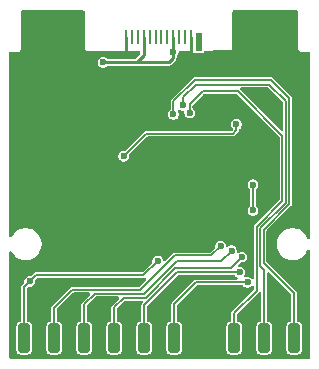
<source format=gbr>
%TF.GenerationSoftware,KiCad,Pcbnew,9.0.4*%
%TF.CreationDate,2025-09-23T00:44:44+02:00*%
%TF.ProjectId,rp2350_gpio_card,72703233-3530-45f6-9770-696f5f636172,X1*%
%TF.SameCoordinates,Original*%
%TF.FileFunction,Copper,L4,Bot*%
%TF.FilePolarity,Positive*%
%FSLAX46Y46*%
G04 Gerber Fmt 4.6, Leading zero omitted, Abs format (unit mm)*
G04 Created by KiCad (PCBNEW 9.0.4) date 2025-09-23 00:44:44*
%MOMM*%
%LPD*%
G01*
G04 APERTURE LIST*
G04 Aperture macros list*
%AMRoundRect*
0 Rectangle with rounded corners*
0 $1 Rounding radius*
0 $2 $3 $4 $5 $6 $7 $8 $9 X,Y pos of 4 corners*
0 Add a 4 corners polygon primitive as box body*
4,1,4,$2,$3,$4,$5,$6,$7,$8,$9,$2,$3,0*
0 Add four circle primitives for the rounded corners*
1,1,$1+$1,$2,$3*
1,1,$1+$1,$4,$5*
1,1,$1+$1,$6,$7*
1,1,$1+$1,$8,$9*
0 Add four rect primitives between the rounded corners*
20,1,$1+$1,$2,$3,$4,$5,0*
20,1,$1+$1,$4,$5,$6,$7,0*
20,1,$1+$1,$6,$7,$8,$9,0*
20,1,$1+$1,$8,$9,$2,$3,0*%
G04 Aperture macros list end*
%TA.AperFunction,SMDPad,CuDef*%
%ADD10R,0.600000X1.550000*%
%TD*%
%TA.AperFunction,SMDPad,CuDef*%
%ADD11R,0.250000X1.300000*%
%TD*%
%TA.AperFunction,ComponentPad*%
%ADD12C,0.600000*%
%TD*%
%TA.AperFunction,SMDPad,CuDef*%
%ADD13RoundRect,0.250000X-0.250000X1.000000X-0.250000X-1.000000X0.250000X-1.000000X0.250000X1.000000X0*%
%TD*%
%TA.AperFunction,ViaPad*%
%ADD14C,0.600000*%
%TD*%
%TA.AperFunction,ViaPad*%
%ADD15C,0.800000*%
%TD*%
%TA.AperFunction,Conductor*%
%ADD16C,0.152400*%
%TD*%
%TA.AperFunction,Conductor*%
%ADD17C,0.254000*%
%TD*%
G04 APERTURE END LIST*
D10*
%TO.P,P1,26*%
%TO.N,N/C*%
X106900000Y-54575000D03*
D11*
%TO.P,P1,B1,GND*%
%TO.N,GND*%
X106250000Y-54150000D03*
%TO.P,P1,B2*%
%TO.N,N/C*%
X105750000Y-54150000D03*
%TO.P,P1,B3*%
X105250000Y-54150000D03*
%TO.P,P1,B4,VBUS*%
%TO.N,VBUS*%
X104750000Y-54150000D03*
%TO.P,P1,B5,VCONN*%
%TO.N,unconnected-(P1-VCONN-PadB5)*%
X104250000Y-54150000D03*
%TO.P,P1,B6*%
%TO.N,N/C*%
X103750000Y-54150000D03*
%TO.P,P1,B7*%
X103250000Y-54150000D03*
%TO.P,P1,B8*%
X102750000Y-54150000D03*
%TO.P,P1,B9,VBUS*%
%TO.N,VBUS*%
X102250000Y-54150000D03*
%TO.P,P1,B10*%
%TO.N,N/C*%
X101750000Y-54150000D03*
%TO.P,P1,B11*%
X101250000Y-54150000D03*
%TO.P,P1,B12,GND*%
%TO.N,GND*%
X100750000Y-54150000D03*
%TD*%
D12*
%TO.P,U1,61,GND*%
%TO.N,GND*%
X105380183Y-68171434D03*
X106755183Y-68171434D03*
X108130183Y-68171434D03*
X105380183Y-66796434D03*
X106755183Y-66796434D03*
X108130183Y-66796434D03*
X105380183Y-65421434D03*
X106755183Y-65421434D03*
X108130183Y-65421434D03*
%TD*%
D13*
%TO.P,J1,1,Pin_1*%
%TO.N,/GPIO0*%
X92125183Y-79600000D03*
%TO.P,J1,2,Pin_2*%
%TO.N,/GPIO9*%
X94665183Y-79600000D03*
%TO.P,J1,3,Pin_3*%
%TO.N,/GPIO10*%
X97205183Y-79600000D03*
%TO.P,J1,4,Pin_4*%
%TO.N,/GPIO11*%
X99745183Y-79600000D03*
%TO.P,J1,5,Pin_5*%
%TO.N,/GPIO12*%
X102285183Y-79600000D03*
%TO.P,J1,6,Pin_6*%
%TO.N,/GPIO13*%
X104825183Y-79600000D03*
%TO.P,J1,7,Pin_7*%
%TO.N,GND*%
X107365183Y-79600000D03*
%TO.P,J1,8,Pin_8*%
%TO.N,/GPIO27_ADC1*%
X109905183Y-79600000D03*
%TO.P,J1,9,Pin_9*%
%TO.N,/GPIO28_ADC2*%
X112445183Y-79600000D03*
%TO.P,J1,10,Pin_10*%
%TO.N,/GPIO29_ADC3*%
X114985183Y-79600000D03*
%TD*%
D14*
%TO.N,+1V1*%
X110100000Y-61510000D03*
X100550000Y-64200000D03*
%TO.N,VBUS*%
X98800000Y-56250000D03*
X104750000Y-55350000D03*
%TO.N,/GPIO27_ADC1*%
X106140000Y-60530000D03*
%TO.N,/GPIO29_ADC3*%
X104755183Y-60670000D03*
%TO.N,/GPIO11*%
X110555183Y-72750000D03*
%TO.N,/RUN*%
X111500000Y-66600000D03*
X111500000Y-68800000D03*
%TO.N,/GPIO10*%
X109680183Y-72205729D03*
%TO.N,/GPIO9*%
X108755502Y-71815683D03*
%TO.N,/GPIO28_ADC2*%
X105560000Y-59900000D03*
%TO.N,/GPIO0*%
X103434390Y-73064390D03*
X92605000Y-74785000D03*
%TO.N,/GPIO13*%
X111040000Y-74896434D03*
%TO.N,/GPIO12*%
X110370000Y-74046434D03*
%TO.N,GND*%
X115150000Y-63950000D03*
X112450000Y-65000000D03*
D15*
X95550000Y-53150000D03*
D14*
X103304724Y-72274724D03*
D15*
X96600000Y-70000000D03*
D14*
X109260000Y-61650000D03*
X112050000Y-59400000D03*
X114200000Y-57400000D03*
X113300000Y-65000000D03*
D15*
X114400000Y-56000000D03*
D14*
X103010000Y-59820000D03*
X106930000Y-60010000D03*
D15*
X98005183Y-69996434D03*
D14*
X101850000Y-62050000D03*
D15*
X92600000Y-65000000D03*
D14*
X104400000Y-58300000D03*
D15*
X98000000Y-71000000D03*
X93200000Y-68410000D03*
X113330000Y-75850000D03*
D14*
X114990000Y-68660000D03*
X97300000Y-60530000D03*
X99700000Y-61750000D03*
D15*
X106860000Y-57060000D03*
X92250000Y-67080000D03*
D14*
X98500000Y-61750000D03*
X92600000Y-55800000D03*
X113150000Y-59400000D03*
X101290000Y-55590000D03*
D15*
X99300000Y-70000000D03*
X97630183Y-57546434D03*
X98000000Y-69000000D03*
%TD*%
D16*
%TO.N,+1V1*%
X110100000Y-61510000D02*
X110100000Y-62000000D01*
X109800000Y-62300000D02*
X102450000Y-62300000D01*
X102450000Y-62300000D02*
X100550000Y-64200000D01*
X100550000Y-64200000D02*
X100550000Y-64150000D01*
X110100000Y-62000000D02*
X109800000Y-62300000D01*
D17*
%TO.N,VBUS*%
X104750000Y-55350000D02*
X104750000Y-55850000D01*
X104750000Y-55350000D02*
X104750000Y-54150000D01*
X104750000Y-55850000D02*
X104353566Y-56246434D01*
X104353566Y-56246434D02*
X101660000Y-56246434D01*
X102250000Y-55656434D02*
X101660000Y-56246434D01*
X102250000Y-55656434D02*
X102250000Y-54150000D01*
X101660000Y-56246434D02*
X98800000Y-56246434D01*
D16*
%TO.N,/GPIO27_ADC1*%
X110196434Y-58696434D02*
X113994383Y-62494383D01*
X107080000Y-58870000D02*
X107253566Y-58696434D01*
X107080000Y-58880000D02*
X107080000Y-58870000D01*
X111800000Y-70200000D02*
X111800000Y-75576617D01*
X106140000Y-60530000D02*
X106140000Y-59820000D01*
X113994383Y-62494383D02*
X113994383Y-68005617D01*
X111800000Y-75576617D02*
X109905183Y-77471434D01*
X107253566Y-58696434D02*
X110196434Y-58696434D01*
X113994383Y-68005617D02*
X111800000Y-70200000D01*
X106140000Y-59820000D02*
X107080000Y-58880000D01*
X109905183Y-77471434D02*
X109905183Y-80196434D01*
%TO.N,/GPIO29_ADC3*%
X113046434Y-57746434D02*
X114555183Y-59255183D01*
X112400000Y-70411288D02*
X112400000Y-73241251D01*
X114985183Y-75826434D02*
X114985183Y-80196434D01*
X112400000Y-73241251D02*
X114985183Y-75826434D01*
X104755183Y-59546434D02*
X106555183Y-57746434D01*
X104755183Y-60700000D02*
X104755183Y-60670000D01*
X104755183Y-60670000D02*
X104755183Y-59546434D01*
X114555183Y-68256105D02*
X112400000Y-70411288D01*
X114555183Y-59255183D02*
X114555183Y-68256105D01*
X106555183Y-57746434D02*
X113046434Y-57746434D01*
%TO.N,/GPIO11*%
X104906966Y-73693034D02*
X102403566Y-76196434D01*
X99745183Y-77006434D02*
X99745183Y-80196434D01*
X102403566Y-76196434D02*
X100555183Y-76196434D01*
X100555183Y-76196434D02*
X99745183Y-77006434D01*
X109633583Y-73693034D02*
X104906966Y-73693034D01*
X110555183Y-72771434D02*
X109633583Y-73693034D01*
%TO.N,/RUN*%
X111500000Y-66570000D02*
X111500000Y-66600000D01*
X111500000Y-66600000D02*
X111500000Y-68800000D01*
%TO.N,/GPIO10*%
X97205183Y-76746434D02*
X97205183Y-80196434D01*
X109680183Y-72196434D02*
X109680183Y-72205729D01*
X109680183Y-72205729D02*
X108789478Y-73096434D01*
X108789478Y-73096434D02*
X105028720Y-73096434D01*
X105028720Y-73096434D02*
X102282120Y-75843034D01*
X98108583Y-75843034D02*
X97205183Y-76746434D01*
X102282120Y-75843034D02*
X98108583Y-75843034D01*
%TO.N,/GPIO9*%
X101955289Y-75500000D02*
X96201617Y-75500000D01*
X94665183Y-77036434D02*
X94665183Y-80196434D01*
X104855289Y-72600000D02*
X101955289Y-75500000D01*
X108755502Y-71815683D02*
X107971185Y-72600000D01*
X107971185Y-72600000D02*
X104855289Y-72600000D01*
X96201617Y-75500000D02*
X94665183Y-77036434D01*
%TO.N,/GPIO28_ADC2*%
X105560000Y-59900000D02*
X105430000Y-59770000D01*
X114274783Y-68139959D02*
X114274783Y-59524783D01*
X105580000Y-59220000D02*
X105580000Y-59880000D01*
X114274783Y-59524783D02*
X112896434Y-58146434D01*
X106653566Y-58146434D02*
X105580000Y-59220000D01*
X112119600Y-73510851D02*
X112119600Y-70295143D01*
X112445183Y-73836434D02*
X112119600Y-73510851D01*
X112445183Y-80196434D02*
X112445183Y-73836434D01*
X112119600Y-70295143D02*
X114274783Y-68139959D01*
X105580000Y-59880000D02*
X105560000Y-59900000D01*
X112896434Y-58146434D02*
X106653566Y-58146434D01*
%TO.N,/GPIO0*%
X103434390Y-73064390D02*
X102221946Y-74276834D01*
X92125183Y-75264817D02*
X92125183Y-76090000D01*
X92605000Y-74785000D02*
X92125183Y-75264817D01*
X102221946Y-74276834D02*
X93113166Y-74276834D01*
X93113166Y-74276834D02*
X92605000Y-74785000D01*
X103601588Y-72897192D02*
X103434390Y-73064390D01*
X92125183Y-76090000D02*
X92125183Y-79600000D01*
%TO.N,/GPIO13*%
X104825183Y-76726434D02*
X104825183Y-80196434D01*
X106655183Y-74896434D02*
X104825183Y-76726434D01*
X111055183Y-74896434D02*
X111040000Y-74896434D01*
X111040000Y-74896434D02*
X106655183Y-74896434D01*
%TO.N,/GPIO12*%
X102285183Y-80196434D02*
X102285183Y-76816434D01*
X102285183Y-76816434D02*
X105055183Y-74046434D01*
X110405183Y-74046434D02*
X110370000Y-74046434D01*
X110370000Y-74046434D02*
X105055183Y-74046434D01*
D17*
%TO.N,GND*%
X106250000Y-54150000D02*
X106250000Y-56450000D01*
X106250000Y-56450000D02*
X106860000Y-57060000D01*
X100750000Y-54150000D02*
X100750000Y-55700000D01*
%TD*%
%TA.AperFunction,Conductor*%
%TO.N,GND*%
G36*
X112817214Y-58395219D02*
G01*
X112837856Y-58411853D01*
X114009364Y-59583360D01*
X114042849Y-59644683D01*
X114045683Y-59671041D01*
X114045683Y-61922324D01*
X114025998Y-61989363D01*
X113973194Y-62035118D01*
X113904036Y-62045062D01*
X113840480Y-62016037D01*
X113834002Y-62010005D01*
X110411212Y-58587215D01*
X110377727Y-58525892D01*
X110382711Y-58456200D01*
X110424583Y-58400267D01*
X110490047Y-58375850D01*
X110498893Y-58375534D01*
X112750175Y-58375534D01*
X112817214Y-58395219D01*
G37*
%TD.AperFunction*%
%TA.AperFunction,Conductor*%
G36*
X97192539Y-51870185D02*
G01*
X97238294Y-51922989D01*
X97249500Y-51974500D01*
X97249500Y-54974672D01*
X97249500Y-55074328D01*
X97287636Y-55166397D01*
X97358103Y-55236864D01*
X97450172Y-55275000D01*
X97450174Y-55275000D01*
X98943754Y-55275000D01*
X98994838Y-55290000D01*
X99010020Y-55290000D01*
X101846100Y-55290000D01*
X101854785Y-55292550D01*
X101863747Y-55291262D01*
X101887787Y-55302240D01*
X101913139Y-55309685D01*
X101919066Y-55316525D01*
X101927303Y-55320287D01*
X101941592Y-55342521D01*
X101958894Y-55362489D01*
X101961181Y-55373003D01*
X101965077Y-55379065D01*
X101970100Y-55414000D01*
X101970100Y-55489134D01*
X101950415Y-55556173D01*
X101933781Y-55576815D01*
X101580381Y-55930215D01*
X101519058Y-55963700D01*
X101492700Y-55966534D01*
X99208393Y-55966534D01*
X99141354Y-55946849D01*
X99120712Y-55930215D01*
X99078089Y-55887592D01*
X99078087Y-55887590D01*
X99026450Y-55857777D01*
X98974814Y-55827964D01*
X98917219Y-55812532D01*
X98859625Y-55797100D01*
X98740375Y-55797100D01*
X98625185Y-55827964D01*
X98521913Y-55887590D01*
X98521910Y-55887592D01*
X98437592Y-55971910D01*
X98437590Y-55971913D01*
X98377964Y-56075185D01*
X98347100Y-56190375D01*
X98347100Y-56309624D01*
X98377964Y-56424814D01*
X98404289Y-56470408D01*
X98437590Y-56528087D01*
X98521913Y-56612410D01*
X98625187Y-56672036D01*
X98740375Y-56702900D01*
X98740377Y-56702900D01*
X98859623Y-56702900D01*
X98859625Y-56702900D01*
X98974813Y-56672036D01*
X99078087Y-56612410D01*
X99127844Y-56562653D01*
X99189167Y-56529168D01*
X99215525Y-56526334D01*
X104390414Y-56526334D01*
X104390416Y-56526334D01*
X104461603Y-56507259D01*
X104525428Y-56470410D01*
X104973976Y-56021863D01*
X105010825Y-55958038D01*
X105018466Y-55929520D01*
X105029900Y-55886850D01*
X105029900Y-55757107D01*
X105030280Y-55752263D01*
X105041055Y-55723967D01*
X105049585Y-55694920D01*
X105054387Y-55688960D01*
X105055146Y-55686968D01*
X105057235Y-55685426D01*
X105066219Y-55674278D01*
X105067717Y-55672780D01*
X105112410Y-55628087D01*
X105172036Y-55524813D01*
X105202900Y-55409625D01*
X105202900Y-55409616D01*
X105203961Y-55401565D01*
X105206454Y-55401893D01*
X105222585Y-55346961D01*
X105275389Y-55301206D01*
X105326900Y-55290000D01*
X106330407Y-55290000D01*
X106397446Y-55309685D01*
X106443201Y-55362489D01*
X106452023Y-55389807D01*
X106454381Y-55401658D01*
X106455972Y-55409658D01*
X106455973Y-55409661D01*
X106489765Y-55460233D01*
X106489766Y-55460234D01*
X106540342Y-55494028D01*
X106540343Y-55494028D01*
X106540345Y-55494029D01*
X106562642Y-55498464D01*
X106584943Y-55502900D01*
X107215056Y-55502899D01*
X107259658Y-55494028D01*
X107310234Y-55460234D01*
X107344028Y-55409658D01*
X107345573Y-55401893D01*
X107347977Y-55389809D01*
X107380362Y-55327898D01*
X107441077Y-55293324D01*
X107469594Y-55290000D01*
X108003692Y-55290000D01*
X108028063Y-55265518D01*
X108089310Y-55231894D01*
X108115943Y-55229000D01*
X109549826Y-55229000D01*
X109549828Y-55229000D01*
X109641897Y-55190864D01*
X109712364Y-55120397D01*
X109750500Y-55028328D01*
X109750500Y-51974500D01*
X109770185Y-51907461D01*
X109822989Y-51861706D01*
X109874500Y-51850500D01*
X115225500Y-51850500D01*
X115292539Y-51870185D01*
X115338294Y-51922989D01*
X115349500Y-51974500D01*
X115349500Y-55149829D01*
X115382294Y-55229000D01*
X115387636Y-55241897D01*
X115458103Y-55312364D01*
X115550172Y-55350500D01*
X115649828Y-55350500D01*
X116225500Y-55350500D01*
X116292539Y-55370185D01*
X116338294Y-55422989D01*
X116349500Y-55474500D01*
X116349500Y-71092256D01*
X116329815Y-71159295D01*
X116277011Y-71205050D01*
X116207853Y-71214994D01*
X116144297Y-71185969D01*
X116108800Y-71132432D01*
X116108601Y-71132515D01*
X116108177Y-71131492D01*
X116107570Y-71130576D01*
X116106740Y-71128021D01*
X116010231Y-70938613D01*
X115885292Y-70766647D01*
X115734969Y-70616324D01*
X115563003Y-70491385D01*
X115373597Y-70394878D01*
X115373596Y-70394877D01*
X115373595Y-70394877D01*
X115171426Y-70329188D01*
X115171424Y-70329187D01*
X115171423Y-70329187D01*
X115010140Y-70303642D01*
X114961470Y-70295934D01*
X114748896Y-70295934D01*
X114700225Y-70303642D01*
X114538943Y-70329187D01*
X114336768Y-70394878D01*
X114147362Y-70491385D01*
X113975396Y-70616324D01*
X113825073Y-70766647D01*
X113700134Y-70938613D01*
X113603627Y-71128019D01*
X113537936Y-71330194D01*
X113504683Y-71540147D01*
X113504683Y-71752720D01*
X113535128Y-71944945D01*
X113537937Y-71962677D01*
X113602797Y-72162296D01*
X113603627Y-72164848D01*
X113700134Y-72354254D01*
X113825073Y-72526220D01*
X113975396Y-72676543D01*
X114147362Y-72801482D01*
X114147364Y-72801483D01*
X114147367Y-72801485D01*
X114336771Y-72897991D01*
X114538940Y-72963680D01*
X114748896Y-72996934D01*
X114748897Y-72996934D01*
X114961469Y-72996934D01*
X114961470Y-72996934D01*
X115171426Y-72963680D01*
X115373595Y-72897991D01*
X115562999Y-72801485D01*
X115667327Y-72725687D01*
X115734969Y-72676543D01*
X115734971Y-72676540D01*
X115734975Y-72676538D01*
X115885287Y-72526226D01*
X115885289Y-72526222D01*
X115885292Y-72526220D01*
X116003624Y-72363348D01*
X116010234Y-72354250D01*
X116106740Y-72164846D01*
X116107569Y-72162294D01*
X116108147Y-72161449D01*
X116108601Y-72160353D01*
X116108831Y-72160448D01*
X116147004Y-72104619D01*
X116211362Y-72077420D01*
X116280209Y-72089332D01*
X116331686Y-72136575D01*
X116349500Y-72200611D01*
X116349500Y-81225500D01*
X116329815Y-81292539D01*
X116277011Y-81338294D01*
X116225500Y-81349500D01*
X90974500Y-81349500D01*
X90907461Y-81329815D01*
X90861706Y-81277011D01*
X90850500Y-81225500D01*
X90850500Y-78568286D01*
X91472283Y-78568286D01*
X91472283Y-80631713D01*
X91487224Y-80726050D01*
X91487225Y-80726053D01*
X91487226Y-80726055D01*
X91545167Y-80839771D01*
X91545168Y-80839772D01*
X91545171Y-80839776D01*
X91635406Y-80930011D01*
X91635410Y-80930014D01*
X91635412Y-80930016D01*
X91749128Y-80987957D01*
X91749130Y-80987957D01*
X91749132Y-80987958D01*
X91843470Y-81002900D01*
X91843475Y-81002900D01*
X92406896Y-81002900D01*
X92501233Y-80987958D01*
X92501233Y-80987957D01*
X92501238Y-80987957D01*
X92614954Y-80930016D01*
X92705199Y-80839771D01*
X92763140Y-80726055D01*
X92763141Y-80726050D01*
X92778083Y-80631713D01*
X92778083Y-78568286D01*
X92763141Y-78473949D01*
X92763140Y-78473947D01*
X92763140Y-78473945D01*
X92705199Y-78360229D01*
X92705197Y-78360227D01*
X92705194Y-78360223D01*
X92614959Y-78269988D01*
X92614955Y-78269985D01*
X92614954Y-78269984D01*
X92501238Y-78212043D01*
X92501237Y-78212042D01*
X92501234Y-78212041D01*
X92458884Y-78205334D01*
X92395750Y-78175404D01*
X92358819Y-78116093D01*
X92354283Y-78082861D01*
X92354283Y-75411075D01*
X92362927Y-75381634D01*
X92369451Y-75351648D01*
X92373205Y-75346632D01*
X92373968Y-75344036D01*
X92390602Y-75323394D01*
X92440916Y-75273080D01*
X92502239Y-75239595D01*
X92537247Y-75238136D01*
X92537247Y-75237900D01*
X92542913Y-75237900D01*
X92544785Y-75237822D01*
X92545373Y-75237899D01*
X92545375Y-75237900D01*
X92545377Y-75237900D01*
X92664623Y-75237900D01*
X92664625Y-75237900D01*
X92779813Y-75207036D01*
X92883087Y-75147410D01*
X92967410Y-75063087D01*
X93027036Y-74959813D01*
X93057900Y-74844625D01*
X93057900Y-74725375D01*
X93057899Y-74725372D01*
X93057822Y-74724786D01*
X93057900Y-74724285D01*
X93057900Y-74719649D01*
X93057077Y-74717443D01*
X93063749Y-74686771D01*
X93068586Y-74655751D01*
X93071353Y-74651814D01*
X93071929Y-74649170D01*
X93093080Y-74620916D01*
X93171745Y-74542252D01*
X93233069Y-74508768D01*
X93259426Y-74505934D01*
X102267515Y-74505934D01*
X102267516Y-74505934D01*
X102267517Y-74505934D01*
X102292179Y-74495718D01*
X102302464Y-74491457D01*
X102337151Y-74487731D01*
X102371917Y-74483992D01*
X102371924Y-74483995D01*
X102371931Y-74483995D01*
X102399741Y-74497918D01*
X102434398Y-74515264D01*
X102434402Y-74515271D01*
X102434408Y-74515274D01*
X102449871Y-74541341D01*
X102470053Y-74575352D01*
X102470052Y-74575360D01*
X102470056Y-74575366D01*
X102468809Y-74610213D01*
X102467562Y-74645177D01*
X102467558Y-74645183D01*
X102467558Y-74645191D01*
X102467515Y-74645251D01*
X102437587Y-74693704D01*
X101896711Y-75234581D01*
X101835388Y-75268066D01*
X101809030Y-75270900D01*
X96156045Y-75270900D01*
X96138607Y-75278123D01*
X96121168Y-75285347D01*
X96071842Y-75305778D01*
X96071841Y-75305779D01*
X94470963Y-76906656D01*
X94470960Y-76906661D01*
X94450718Y-76955532D01*
X94450716Y-76955535D01*
X94436084Y-76990858D01*
X94436083Y-76990864D01*
X94436083Y-78082861D01*
X94416398Y-78149900D01*
X94363594Y-78195655D01*
X94331482Y-78205334D01*
X94289131Y-78212041D01*
X94175410Y-78269985D01*
X94175406Y-78269988D01*
X94085171Y-78360223D01*
X94085168Y-78360227D01*
X94027224Y-78473949D01*
X94012283Y-78568286D01*
X94012283Y-80631713D01*
X94027224Y-80726050D01*
X94027225Y-80726053D01*
X94027226Y-80726055D01*
X94085167Y-80839771D01*
X94085168Y-80839772D01*
X94085171Y-80839776D01*
X94175406Y-80930011D01*
X94175410Y-80930014D01*
X94175412Y-80930016D01*
X94289128Y-80987957D01*
X94289130Y-80987957D01*
X94289132Y-80987958D01*
X94383470Y-81002900D01*
X94383475Y-81002900D01*
X94946896Y-81002900D01*
X95041233Y-80987958D01*
X95041233Y-80987957D01*
X95041238Y-80987957D01*
X95154954Y-80930016D01*
X95245199Y-80839771D01*
X95303140Y-80726055D01*
X95303141Y-80726050D01*
X95318083Y-80631713D01*
X95318083Y-78568286D01*
X95303141Y-78473949D01*
X95303140Y-78473947D01*
X95303140Y-78473945D01*
X95245199Y-78360229D01*
X95245197Y-78360227D01*
X95245194Y-78360223D01*
X95154959Y-78269988D01*
X95154955Y-78269985D01*
X95154954Y-78269984D01*
X95041238Y-78212043D01*
X95041237Y-78212042D01*
X95041234Y-78212041D01*
X94998884Y-78205334D01*
X94935750Y-78175404D01*
X94898819Y-78116093D01*
X94894283Y-78082861D01*
X94894283Y-77182692D01*
X94913968Y-77115653D01*
X94930602Y-77095011D01*
X96260194Y-75765419D01*
X96321517Y-75731934D01*
X96347875Y-75729100D01*
X97599159Y-75729100D01*
X97666198Y-75748785D01*
X97711953Y-75801589D01*
X97721897Y-75870747D01*
X97692872Y-75934303D01*
X97686840Y-75940781D01*
X97010963Y-76616655D01*
X97010961Y-76616659D01*
X97008664Y-76622206D01*
X97008661Y-76622213D01*
X96976083Y-76700860D01*
X96976083Y-78082861D01*
X96956398Y-78149900D01*
X96903594Y-78195655D01*
X96871482Y-78205334D01*
X96829131Y-78212041D01*
X96715410Y-78269985D01*
X96715406Y-78269988D01*
X96625171Y-78360223D01*
X96625168Y-78360227D01*
X96567224Y-78473949D01*
X96552283Y-78568286D01*
X96552283Y-80631713D01*
X96567224Y-80726050D01*
X96567225Y-80726053D01*
X96567226Y-80726055D01*
X96625167Y-80839771D01*
X96625168Y-80839772D01*
X96625171Y-80839776D01*
X96715406Y-80930011D01*
X96715410Y-80930014D01*
X96715412Y-80930016D01*
X96829128Y-80987957D01*
X96829130Y-80987957D01*
X96829132Y-80987958D01*
X96923470Y-81002900D01*
X96923475Y-81002900D01*
X97486896Y-81002900D01*
X97581233Y-80987958D01*
X97581233Y-80987957D01*
X97581238Y-80987957D01*
X97694954Y-80930016D01*
X97785199Y-80839771D01*
X97843140Y-80726055D01*
X97843141Y-80726050D01*
X97858083Y-80631713D01*
X97858083Y-78568286D01*
X97843141Y-78473949D01*
X97843140Y-78473947D01*
X97843140Y-78473945D01*
X97785199Y-78360229D01*
X97785197Y-78360227D01*
X97785194Y-78360223D01*
X97694959Y-78269988D01*
X97694955Y-78269985D01*
X97694954Y-78269984D01*
X97581238Y-78212043D01*
X97581237Y-78212042D01*
X97581234Y-78212041D01*
X97538884Y-78205334D01*
X97475750Y-78175404D01*
X97438819Y-78116093D01*
X97434283Y-78082861D01*
X97434283Y-76892692D01*
X97453968Y-76825653D01*
X97470602Y-76805011D01*
X98167160Y-76108453D01*
X98228483Y-76074968D01*
X98254841Y-76072134D01*
X100056124Y-76072134D01*
X100123163Y-76091819D01*
X100168918Y-76144623D01*
X100178862Y-76213781D01*
X100149837Y-76277337D01*
X100143805Y-76283815D01*
X99550962Y-76876657D01*
X99550960Y-76876660D01*
X99526296Y-76936203D01*
X99516083Y-76960862D01*
X99516083Y-78082861D01*
X99496398Y-78149900D01*
X99443594Y-78195655D01*
X99411482Y-78205334D01*
X99369131Y-78212041D01*
X99255410Y-78269985D01*
X99255406Y-78269988D01*
X99165171Y-78360223D01*
X99165168Y-78360227D01*
X99107224Y-78473949D01*
X99092283Y-78568286D01*
X99092283Y-80631713D01*
X99107224Y-80726050D01*
X99107225Y-80726053D01*
X99107226Y-80726055D01*
X99165167Y-80839771D01*
X99165168Y-80839772D01*
X99165171Y-80839776D01*
X99255406Y-80930011D01*
X99255410Y-80930014D01*
X99255412Y-80930016D01*
X99369128Y-80987957D01*
X99369130Y-80987957D01*
X99369132Y-80987958D01*
X99463470Y-81002900D01*
X99463475Y-81002900D01*
X100026896Y-81002900D01*
X100121233Y-80987958D01*
X100121233Y-80987957D01*
X100121238Y-80987957D01*
X100234954Y-80930016D01*
X100325199Y-80839771D01*
X100383140Y-80726055D01*
X100383141Y-80726050D01*
X100398083Y-80631713D01*
X100398083Y-78568286D01*
X100383141Y-78473949D01*
X100383140Y-78473947D01*
X100383140Y-78473945D01*
X100325199Y-78360229D01*
X100325197Y-78360227D01*
X100325194Y-78360223D01*
X100234959Y-78269988D01*
X100234955Y-78269985D01*
X100234954Y-78269984D01*
X100121238Y-78212043D01*
X100121237Y-78212042D01*
X100121234Y-78212041D01*
X100078884Y-78205334D01*
X100015750Y-78175404D01*
X99978819Y-78116093D01*
X99974283Y-78082861D01*
X99974283Y-77152693D01*
X99993968Y-77085654D01*
X100010602Y-77065012D01*
X100613761Y-76461853D01*
X100675084Y-76428368D01*
X100701442Y-76425534D01*
X102052724Y-76425534D01*
X102119763Y-76445219D01*
X102165518Y-76498023D01*
X102175462Y-76567181D01*
X102146437Y-76630737D01*
X102140405Y-76637215D01*
X102090962Y-76686657D01*
X102090960Y-76686660D01*
X102066296Y-76746203D01*
X102056083Y-76770862D01*
X102056083Y-78082861D01*
X102036398Y-78149900D01*
X101983594Y-78195655D01*
X101951482Y-78205334D01*
X101909131Y-78212041D01*
X101795410Y-78269985D01*
X101795406Y-78269988D01*
X101705171Y-78360223D01*
X101705168Y-78360227D01*
X101647224Y-78473949D01*
X101632283Y-78568286D01*
X101632283Y-80631713D01*
X101647224Y-80726050D01*
X101647225Y-80726053D01*
X101647226Y-80726055D01*
X101705167Y-80839771D01*
X101705168Y-80839772D01*
X101705171Y-80839776D01*
X101795406Y-80930011D01*
X101795410Y-80930014D01*
X101795412Y-80930016D01*
X101909128Y-80987957D01*
X101909130Y-80987957D01*
X101909132Y-80987958D01*
X102003470Y-81002900D01*
X102003475Y-81002900D01*
X102566896Y-81002900D01*
X102661233Y-80987958D01*
X102661233Y-80987957D01*
X102661238Y-80987957D01*
X102774954Y-80930016D01*
X102865199Y-80839771D01*
X102923140Y-80726055D01*
X102923141Y-80726050D01*
X102938083Y-80631713D01*
X102938083Y-78568286D01*
X102923141Y-78473949D01*
X102923140Y-78473947D01*
X102923140Y-78473945D01*
X102865199Y-78360229D01*
X102865197Y-78360227D01*
X102865194Y-78360223D01*
X102774959Y-78269988D01*
X102774955Y-78269985D01*
X102774954Y-78269984D01*
X102661238Y-78212043D01*
X102661237Y-78212042D01*
X102661234Y-78212041D01*
X102618884Y-78205334D01*
X102555750Y-78175404D01*
X102518819Y-78116093D01*
X102514283Y-78082861D01*
X102514283Y-76962692D01*
X102533968Y-76895653D01*
X102550602Y-76875011D01*
X105113760Y-74311853D01*
X105175083Y-74278368D01*
X105201441Y-74275534D01*
X109908851Y-74275534D01*
X109975890Y-74295219D01*
X109989483Y-74305330D01*
X110003375Y-74317220D01*
X110007590Y-74324521D01*
X110091913Y-74408844D01*
X110148779Y-74441676D01*
X110157488Y-74449130D01*
X110170552Y-74469188D01*
X110187072Y-74486515D01*
X110189272Y-74497932D01*
X110195619Y-74507677D01*
X110195764Y-74531617D01*
X110200294Y-74555122D01*
X110195972Y-74565916D01*
X110196043Y-74577546D01*
X110183222Y-74597763D01*
X110174326Y-74619986D01*
X110164853Y-74626731D01*
X110158626Y-74636552D01*
X110136912Y-74646628D01*
X110117412Y-74660514D01*
X110101064Y-74663263D01*
X110095248Y-74665962D01*
X110089619Y-74665187D01*
X110076856Y-74667334D01*
X106609611Y-74667334D01*
X106592173Y-74674557D01*
X106574734Y-74681781D01*
X106525408Y-74702212D01*
X106525407Y-74702213D01*
X104630962Y-76596656D01*
X104630961Y-76596658D01*
X104606296Y-76656203D01*
X104596083Y-76680862D01*
X104596083Y-78082861D01*
X104576398Y-78149900D01*
X104523594Y-78195655D01*
X104491482Y-78205334D01*
X104449131Y-78212041D01*
X104335410Y-78269985D01*
X104335406Y-78269988D01*
X104245171Y-78360223D01*
X104245168Y-78360227D01*
X104187224Y-78473949D01*
X104172283Y-78568286D01*
X104172283Y-80631713D01*
X104187224Y-80726050D01*
X104187225Y-80726053D01*
X104187226Y-80726055D01*
X104245167Y-80839771D01*
X104245168Y-80839772D01*
X104245171Y-80839776D01*
X104335406Y-80930011D01*
X104335410Y-80930014D01*
X104335412Y-80930016D01*
X104449128Y-80987957D01*
X104449130Y-80987957D01*
X104449132Y-80987958D01*
X104543470Y-81002900D01*
X104543475Y-81002900D01*
X105106896Y-81002900D01*
X105201233Y-80987958D01*
X105201233Y-80987957D01*
X105201238Y-80987957D01*
X105314954Y-80930016D01*
X105405199Y-80839771D01*
X105463140Y-80726055D01*
X105463141Y-80726050D01*
X105478083Y-80631713D01*
X105478083Y-78568286D01*
X105463141Y-78473949D01*
X105463140Y-78473947D01*
X105463140Y-78473945D01*
X105405199Y-78360229D01*
X105405197Y-78360227D01*
X105405194Y-78360223D01*
X105314959Y-78269988D01*
X105314955Y-78269985D01*
X105314954Y-78269984D01*
X105201238Y-78212043D01*
X105201237Y-78212042D01*
X105201234Y-78212041D01*
X105158884Y-78205334D01*
X105095750Y-78175404D01*
X105058819Y-78116093D01*
X105054283Y-78082861D01*
X105054283Y-76872692D01*
X105073968Y-76805653D01*
X105090602Y-76785011D01*
X106713760Y-75161853D01*
X106775083Y-75128368D01*
X106801441Y-75125534D01*
X110578851Y-75125534D01*
X110645890Y-75145219D01*
X110671676Y-75168940D01*
X110671843Y-75168774D01*
X110675838Y-75172769D01*
X110677225Y-75174045D01*
X110677589Y-75174519D01*
X110677590Y-75174521D01*
X110761913Y-75258844D01*
X110865187Y-75318470D01*
X110980375Y-75349334D01*
X110980377Y-75349334D01*
X111099623Y-75349334D01*
X111099625Y-75349334D01*
X111214813Y-75318470D01*
X111318087Y-75258844D01*
X111359219Y-75217712D01*
X111378655Y-75207099D01*
X111395389Y-75192599D01*
X111408720Y-75190682D01*
X111420542Y-75184227D01*
X111442628Y-75185806D01*
X111464547Y-75182655D01*
X111476798Y-75188250D01*
X111490234Y-75189211D01*
X111507960Y-75202481D01*
X111528103Y-75211680D01*
X111535385Y-75223011D01*
X111546167Y-75231083D01*
X111553904Y-75251828D01*
X111565877Y-75270458D01*
X111569028Y-75292376D01*
X111570584Y-75296547D01*
X111570900Y-75305393D01*
X111570900Y-75430358D01*
X111551215Y-75497397D01*
X111534581Y-75518039D01*
X109710962Y-77341657D01*
X109710960Y-77341660D01*
X109686296Y-77401203D01*
X109676083Y-77425862D01*
X109676083Y-78082861D01*
X109656398Y-78149900D01*
X109603594Y-78195655D01*
X109571482Y-78205334D01*
X109529131Y-78212041D01*
X109415410Y-78269985D01*
X109415406Y-78269988D01*
X109325171Y-78360223D01*
X109325168Y-78360227D01*
X109267224Y-78473949D01*
X109252283Y-78568286D01*
X109252283Y-80631713D01*
X109267224Y-80726050D01*
X109267225Y-80726053D01*
X109267226Y-80726055D01*
X109325167Y-80839771D01*
X109325168Y-80839772D01*
X109325171Y-80839776D01*
X109415406Y-80930011D01*
X109415410Y-80930014D01*
X109415412Y-80930016D01*
X109529128Y-80987957D01*
X109529130Y-80987957D01*
X109529132Y-80987958D01*
X109623470Y-81002900D01*
X109623475Y-81002900D01*
X110186896Y-81002900D01*
X110281233Y-80987958D01*
X110281233Y-80987957D01*
X110281238Y-80987957D01*
X110394954Y-80930016D01*
X110485199Y-80839771D01*
X110543140Y-80726055D01*
X110543141Y-80726050D01*
X110558083Y-80631713D01*
X110558083Y-78568286D01*
X110543141Y-78473949D01*
X110543140Y-78473947D01*
X110543140Y-78473945D01*
X110485199Y-78360229D01*
X110485197Y-78360227D01*
X110485194Y-78360223D01*
X110394959Y-78269988D01*
X110394955Y-78269985D01*
X110394954Y-78269984D01*
X110281238Y-78212043D01*
X110281237Y-78212042D01*
X110281234Y-78212041D01*
X110238884Y-78205334D01*
X110175750Y-78175404D01*
X110138819Y-78116093D01*
X110134283Y-78082861D01*
X110134283Y-77617693D01*
X110153968Y-77550654D01*
X110170602Y-77530012D01*
X112002858Y-75697756D01*
X112005517Y-75700415D01*
X112042588Y-75669433D01*
X112111912Y-75660722D01*
X112174941Y-75690873D01*
X112211663Y-75750315D01*
X112216083Y-75783126D01*
X112216083Y-78082861D01*
X112196398Y-78149900D01*
X112143594Y-78195655D01*
X112111482Y-78205334D01*
X112069131Y-78212041D01*
X111955410Y-78269985D01*
X111955406Y-78269988D01*
X111865171Y-78360223D01*
X111865168Y-78360227D01*
X111807224Y-78473949D01*
X111792283Y-78568286D01*
X111792283Y-80631713D01*
X111807224Y-80726050D01*
X111807225Y-80726053D01*
X111807226Y-80726055D01*
X111865167Y-80839771D01*
X111865168Y-80839772D01*
X111865171Y-80839776D01*
X111955406Y-80930011D01*
X111955410Y-80930014D01*
X111955412Y-80930016D01*
X112069128Y-80987957D01*
X112069130Y-80987957D01*
X112069132Y-80987958D01*
X112163470Y-81002900D01*
X112163475Y-81002900D01*
X112726896Y-81002900D01*
X112821233Y-80987958D01*
X112821233Y-80987957D01*
X112821238Y-80987957D01*
X112934954Y-80930016D01*
X113025199Y-80839771D01*
X113083140Y-80726055D01*
X113083141Y-80726050D01*
X113098083Y-80631713D01*
X113098083Y-78568286D01*
X113083141Y-78473949D01*
X113083140Y-78473947D01*
X113083140Y-78473945D01*
X113025199Y-78360229D01*
X113025197Y-78360227D01*
X113025194Y-78360223D01*
X112934959Y-78269988D01*
X112934955Y-78269985D01*
X112934954Y-78269984D01*
X112821238Y-78212043D01*
X112821237Y-78212042D01*
X112821234Y-78212041D01*
X112778884Y-78205334D01*
X112715750Y-78175404D01*
X112678819Y-78116093D01*
X112674283Y-78082861D01*
X112674283Y-74138893D01*
X112693968Y-74071854D01*
X112746772Y-74026099D01*
X112815930Y-74016155D01*
X112879486Y-74045180D01*
X112885964Y-74051212D01*
X114719764Y-75885012D01*
X114753249Y-75946335D01*
X114756083Y-75972693D01*
X114756083Y-78082861D01*
X114736398Y-78149900D01*
X114683594Y-78195655D01*
X114651482Y-78205334D01*
X114609131Y-78212041D01*
X114495410Y-78269985D01*
X114495406Y-78269988D01*
X114405171Y-78360223D01*
X114405168Y-78360227D01*
X114347224Y-78473949D01*
X114332283Y-78568286D01*
X114332283Y-80631713D01*
X114347224Y-80726050D01*
X114347225Y-80726053D01*
X114347226Y-80726055D01*
X114405167Y-80839771D01*
X114405168Y-80839772D01*
X114405171Y-80839776D01*
X114495406Y-80930011D01*
X114495410Y-80930014D01*
X114495412Y-80930016D01*
X114609128Y-80987957D01*
X114609130Y-80987957D01*
X114609132Y-80987958D01*
X114703470Y-81002900D01*
X114703475Y-81002900D01*
X115266896Y-81002900D01*
X115361233Y-80987958D01*
X115361233Y-80987957D01*
X115361238Y-80987957D01*
X115474954Y-80930016D01*
X115565199Y-80839771D01*
X115623140Y-80726055D01*
X115623141Y-80726050D01*
X115638083Y-80631713D01*
X115638083Y-78568286D01*
X115623141Y-78473949D01*
X115623140Y-78473947D01*
X115623140Y-78473945D01*
X115565199Y-78360229D01*
X115565197Y-78360227D01*
X115565194Y-78360223D01*
X115474959Y-78269988D01*
X115474955Y-78269985D01*
X115474954Y-78269984D01*
X115361238Y-78212043D01*
X115361237Y-78212042D01*
X115361234Y-78212041D01*
X115318884Y-78205334D01*
X115255750Y-78175404D01*
X115218819Y-78116093D01*
X115214283Y-78082861D01*
X115214283Y-75780864D01*
X115214283Y-75780863D01*
X115192842Y-75729100D01*
X115179405Y-75696659D01*
X112665419Y-73182673D01*
X112631934Y-73121350D01*
X112629100Y-73094992D01*
X112629100Y-70557547D01*
X112648785Y-70490508D01*
X112665419Y-70469866D01*
X113065062Y-70070223D01*
X114749405Y-68385880D01*
X114784283Y-68301675D01*
X114784283Y-68210535D01*
X114784283Y-59209612D01*
X114769711Y-59174432D01*
X114769711Y-59174431D01*
X114749406Y-59125411D01*
X114749405Y-59125408D01*
X113176209Y-57552212D01*
X113116667Y-57527549D01*
X113116666Y-57527548D01*
X113092005Y-57517334D01*
X106509612Y-57517334D01*
X106509611Y-57517334D01*
X106425407Y-57552213D01*
X104560962Y-59416656D01*
X104560961Y-59416658D01*
X104536296Y-59476203D01*
X104526083Y-59500862D01*
X104526083Y-60208850D01*
X104506398Y-60275889D01*
X104482675Y-60301675D01*
X104482843Y-60301843D01*
X104478837Y-60305848D01*
X104477574Y-60307222D01*
X104477101Y-60307584D01*
X104392772Y-60391913D01*
X104333147Y-60495185D01*
X104302283Y-60610375D01*
X104302283Y-60729624D01*
X104333147Y-60844814D01*
X104360626Y-60892407D01*
X104392773Y-60948087D01*
X104477096Y-61032410D01*
X104580370Y-61092036D01*
X104695558Y-61122900D01*
X104695560Y-61122900D01*
X104814806Y-61122900D01*
X104814808Y-61122900D01*
X104929996Y-61092036D01*
X105033270Y-61032410D01*
X105117593Y-60948087D01*
X105177219Y-60844813D01*
X105208083Y-60729625D01*
X105208083Y-60610375D01*
X105177219Y-60495187D01*
X105177218Y-60495185D01*
X105177218Y-60495184D01*
X105154669Y-60456130D01*
X105138195Y-60388230D01*
X105161047Y-60322202D01*
X105215967Y-60279011D01*
X105285520Y-60272369D01*
X105324056Y-60286742D01*
X105385181Y-60322033D01*
X105385182Y-60322033D01*
X105385187Y-60322036D01*
X105500375Y-60352900D01*
X105500377Y-60352900D01*
X105563100Y-60352900D01*
X105630139Y-60372585D01*
X105675894Y-60425389D01*
X105687100Y-60476900D01*
X105687100Y-60589625D01*
X105702532Y-60647219D01*
X105717964Y-60704814D01*
X105732288Y-60729623D01*
X105777590Y-60808087D01*
X105861913Y-60892410D01*
X105965187Y-60952036D01*
X106080375Y-60982900D01*
X106080377Y-60982900D01*
X106199623Y-60982900D01*
X106199625Y-60982900D01*
X106314813Y-60952036D01*
X106418087Y-60892410D01*
X106502410Y-60808087D01*
X106562036Y-60704813D01*
X106592900Y-60589625D01*
X106592900Y-60470375D01*
X106562036Y-60355187D01*
X106531237Y-60301843D01*
X106502410Y-60251913D01*
X106418081Y-60167584D01*
X106417609Y-60167222D01*
X106417311Y-60166814D01*
X106414037Y-60163540D01*
X106411897Y-60162563D01*
X106394918Y-60136143D01*
X106376409Y-60110792D01*
X106375584Y-60106058D01*
X106374123Y-60103785D01*
X106369100Y-60068850D01*
X106369100Y-59966258D01*
X106388785Y-59899219D01*
X106405419Y-59878577D01*
X107274219Y-59009777D01*
X107274222Y-59009774D01*
X107274223Y-59009770D01*
X107277188Y-59005333D01*
X107277585Y-59003511D01*
X107298731Y-58975264D01*
X107312148Y-58961847D01*
X107373470Y-58928367D01*
X107399824Y-58925534D01*
X110050175Y-58925534D01*
X110117214Y-58945219D01*
X110137856Y-58961853D01*
X113728964Y-62552961D01*
X113762449Y-62614284D01*
X113765283Y-62640642D01*
X113765283Y-67859358D01*
X113745598Y-67926397D01*
X113728964Y-67947039D01*
X111605779Y-70070223D01*
X111605777Y-70070226D01*
X111581113Y-70129769D01*
X111570900Y-70154428D01*
X111570900Y-74487475D01*
X111551215Y-74554514D01*
X111498411Y-74600269D01*
X111429253Y-74610213D01*
X111365697Y-74581188D01*
X111359219Y-74575156D01*
X111318089Y-74534026D01*
X111318087Y-74534024D01*
X111255575Y-74497932D01*
X111214814Y-74474398D01*
X111157219Y-74458966D01*
X111099625Y-74443534D01*
X110980375Y-74443534D01*
X110980373Y-74443534D01*
X110894902Y-74466435D01*
X110825052Y-74464771D01*
X110767190Y-74425608D01*
X110739687Y-74361379D01*
X110751274Y-74292477D01*
X110755410Y-74284683D01*
X110792036Y-74221247D01*
X110822900Y-74106059D01*
X110822900Y-73986809D01*
X110792036Y-73871621D01*
X110732410Y-73768347D01*
X110648087Y-73684024D01*
X110596450Y-73654211D01*
X110544814Y-73624398D01*
X110487219Y-73608966D01*
X110429625Y-73593534D01*
X110356441Y-73593534D01*
X110335195Y-73587295D01*
X110313107Y-73585716D01*
X110302323Y-73577643D01*
X110289402Y-73573849D01*
X110274902Y-73557115D01*
X110257174Y-73543844D01*
X110252466Y-73531223D01*
X110243647Y-73521045D01*
X110240495Y-73499127D01*
X110232757Y-73478380D01*
X110235619Y-73465219D01*
X110233703Y-73451887D01*
X110242902Y-73431743D01*
X110247609Y-73410107D01*
X110260877Y-73392381D01*
X110262728Y-73388331D01*
X110268760Y-73381853D01*
X110411394Y-73239219D01*
X110472717Y-73205734D01*
X110499075Y-73202900D01*
X110614806Y-73202900D01*
X110614808Y-73202900D01*
X110729996Y-73172036D01*
X110833270Y-73112410D01*
X110917593Y-73028087D01*
X110977219Y-72924813D01*
X111008083Y-72809625D01*
X111008083Y-72690375D01*
X110977219Y-72575187D01*
X110917593Y-72471913D01*
X110833270Y-72387590D01*
X110742150Y-72334981D01*
X110729997Y-72327964D01*
X110639671Y-72303762D01*
X110614808Y-72297100D01*
X110495558Y-72297100D01*
X110380368Y-72327964D01*
X110319084Y-72363348D01*
X110251184Y-72379821D01*
X110185157Y-72356969D01*
X110141966Y-72302048D01*
X110133083Y-72255961D01*
X110133083Y-72146106D01*
X110133083Y-72146104D01*
X110102219Y-72030916D01*
X110042593Y-71927642D01*
X109958270Y-71843319D01*
X109906633Y-71813506D01*
X109854997Y-71783693D01*
X109767011Y-71760118D01*
X109739808Y-71752829D01*
X109620558Y-71752829D01*
X109505368Y-71783693D01*
X109431047Y-71826603D01*
X109402096Y-71843319D01*
X109402094Y-71843320D01*
X109395058Y-71847383D01*
X109393545Y-71844763D01*
X109341792Y-71864753D01*
X109273352Y-71850694D01*
X109223377Y-71801865D01*
X109210730Y-71763847D01*
X109210505Y-71763908D01*
X109209489Y-71760118D01*
X109208574Y-71757366D01*
X109208402Y-71756066D01*
X109208402Y-71756058D01*
X109177538Y-71640870D01*
X109117912Y-71537596D01*
X109033589Y-71453273D01*
X108981952Y-71423460D01*
X108930316Y-71393647D01*
X108872721Y-71378215D01*
X108815127Y-71362783D01*
X108695877Y-71362783D01*
X108580687Y-71393647D01*
X108477415Y-71453273D01*
X108477412Y-71453275D01*
X108393094Y-71537593D01*
X108393092Y-71537596D01*
X108333466Y-71640868D01*
X108302602Y-71756058D01*
X108302602Y-71875310D01*
X108302681Y-71875911D01*
X108302602Y-71876417D01*
X108302602Y-71883435D01*
X108301507Y-71883435D01*
X108291909Y-71944945D01*
X108267421Y-71979766D01*
X107912607Y-72334581D01*
X107851284Y-72368066D01*
X107824926Y-72370900D01*
X104809715Y-72370900D01*
X104739585Y-72399950D01*
X104725514Y-72405778D01*
X104725511Y-72405780D01*
X104089714Y-73041577D01*
X104059624Y-73058007D01*
X104029688Y-73074773D01*
X104028997Y-73074731D01*
X104028391Y-73075062D01*
X103994213Y-73072617D01*
X103959947Y-73070536D01*
X103959388Y-73070127D01*
X103958699Y-73070078D01*
X103931255Y-73049533D01*
X103903568Y-73029266D01*
X103903209Y-73028538D01*
X103902766Y-73028206D01*
X103886322Y-72998472D01*
X103883963Y-72992349D01*
X103856426Y-72889577D01*
X103820978Y-72828181D01*
X103795810Y-72767417D01*
X103731363Y-72702970D01*
X103731359Y-72702968D01*
X103731357Y-72702967D01*
X103678106Y-72680910D01*
X103663557Y-72673736D01*
X103609204Y-72642354D01*
X103551609Y-72626922D01*
X103494015Y-72611490D01*
X103374765Y-72611490D01*
X103259575Y-72642354D01*
X103156303Y-72701980D01*
X103156300Y-72701982D01*
X103071982Y-72786300D01*
X103071980Y-72786303D01*
X103012354Y-72889575D01*
X102981490Y-73004765D01*
X102981490Y-73124017D01*
X102981569Y-73124618D01*
X102981490Y-73125124D01*
X102981490Y-73132142D01*
X102980395Y-73132142D01*
X102970797Y-73193652D01*
X102946309Y-73228473D01*
X102163368Y-74011415D01*
X102102045Y-74044900D01*
X102075687Y-74047734D01*
X93067594Y-74047734D01*
X93042934Y-74057946D01*
X93042935Y-74057947D01*
X92983392Y-74082611D01*
X92769082Y-74296920D01*
X92707759Y-74330404D01*
X92672752Y-74331864D01*
X92672752Y-74332100D01*
X92667095Y-74332100D01*
X92665225Y-74332178D01*
X92664632Y-74332100D01*
X92664625Y-74332100D01*
X92545375Y-74332100D01*
X92430185Y-74362964D01*
X92326913Y-74422590D01*
X92326910Y-74422592D01*
X92242592Y-74506910D01*
X92242590Y-74506913D01*
X92182964Y-74610185D01*
X92152100Y-74725375D01*
X92152100Y-74844627D01*
X92152179Y-74845228D01*
X92152100Y-74845734D01*
X92152100Y-74852752D01*
X92151005Y-74852752D01*
X92141407Y-74914262D01*
X92116919Y-74949083D01*
X91930963Y-75135039D01*
X91930960Y-75135044D01*
X91914610Y-75174519D01*
X91914609Y-75174522D01*
X91896083Y-75219245D01*
X91896083Y-78082861D01*
X91876398Y-78149900D01*
X91823594Y-78195655D01*
X91791482Y-78205334D01*
X91749131Y-78212041D01*
X91635410Y-78269985D01*
X91635406Y-78269988D01*
X91545171Y-78360223D01*
X91545168Y-78360227D01*
X91487224Y-78473949D01*
X91472283Y-78568286D01*
X90850500Y-78568286D01*
X90850500Y-72380817D01*
X90870185Y-72313778D01*
X90922989Y-72268023D01*
X90992147Y-72258079D01*
X91055703Y-72287104D01*
X91084985Y-72324522D01*
X91100134Y-72354254D01*
X91225073Y-72526220D01*
X91375396Y-72676543D01*
X91547362Y-72801482D01*
X91547364Y-72801483D01*
X91547367Y-72801485D01*
X91736771Y-72897991D01*
X91938940Y-72963680D01*
X92148896Y-72996934D01*
X92148897Y-72996934D01*
X92361469Y-72996934D01*
X92361470Y-72996934D01*
X92571426Y-72963680D01*
X92773595Y-72897991D01*
X92962999Y-72801485D01*
X93067327Y-72725687D01*
X93134969Y-72676543D01*
X93134971Y-72676540D01*
X93134975Y-72676538D01*
X93285287Y-72526226D01*
X93285289Y-72526222D01*
X93285292Y-72526220D01*
X93403624Y-72363348D01*
X93410234Y-72354250D01*
X93506740Y-72164846D01*
X93572429Y-71962677D01*
X93605683Y-71752721D01*
X93605683Y-71540147D01*
X93572429Y-71330191D01*
X93506740Y-71128022D01*
X93410234Y-70938618D01*
X93410232Y-70938615D01*
X93410231Y-70938613D01*
X93285292Y-70766647D01*
X93134969Y-70616324D01*
X92963003Y-70491385D01*
X92773597Y-70394878D01*
X92773596Y-70394877D01*
X92773595Y-70394877D01*
X92571426Y-70329188D01*
X92571424Y-70329187D01*
X92571423Y-70329187D01*
X92410140Y-70303642D01*
X92361470Y-70295934D01*
X92148896Y-70295934D01*
X92100225Y-70303642D01*
X91938943Y-70329187D01*
X91736768Y-70394878D01*
X91547362Y-70491385D01*
X91375396Y-70616324D01*
X91225073Y-70766647D01*
X91100132Y-70938616D01*
X91084984Y-70968346D01*
X91037009Y-71019142D01*
X90969188Y-71035936D01*
X90903053Y-71013398D01*
X90859603Y-70958682D01*
X90850500Y-70912050D01*
X90850500Y-66540375D01*
X111047100Y-66540375D01*
X111047100Y-66659624D01*
X111077964Y-66774814D01*
X111107777Y-66826450D01*
X111137590Y-66878087D01*
X111221913Y-66962410D01*
X111221915Y-66962411D01*
X111222380Y-66962768D01*
X111222675Y-66963172D01*
X111227660Y-66968157D01*
X111226883Y-66968933D01*
X111263587Y-67019193D01*
X111270900Y-67061148D01*
X111270900Y-68338850D01*
X111251215Y-68405889D01*
X111227492Y-68431675D01*
X111227660Y-68431843D01*
X111223654Y-68435848D01*
X111222391Y-68437222D01*
X111221918Y-68437584D01*
X111137589Y-68521913D01*
X111077964Y-68625185D01*
X111047100Y-68740375D01*
X111047100Y-68859624D01*
X111077964Y-68974814D01*
X111107777Y-69026450D01*
X111137590Y-69078087D01*
X111221913Y-69162410D01*
X111325187Y-69222036D01*
X111440375Y-69252900D01*
X111440377Y-69252900D01*
X111559623Y-69252900D01*
X111559625Y-69252900D01*
X111674813Y-69222036D01*
X111778087Y-69162410D01*
X111862410Y-69078087D01*
X111922036Y-68974813D01*
X111952900Y-68859625D01*
X111952900Y-68740375D01*
X111922036Y-68625187D01*
X111862410Y-68521913D01*
X111778087Y-68437590D01*
X111778081Y-68437584D01*
X111777609Y-68437222D01*
X111777311Y-68436814D01*
X111772340Y-68431843D01*
X111773115Y-68431067D01*
X111736409Y-68380792D01*
X111729100Y-68338850D01*
X111729100Y-67061148D01*
X111748785Y-66994109D01*
X111772507Y-66968324D01*
X111772340Y-66968157D01*
X111776365Y-66964131D01*
X111777620Y-66962768D01*
X111778080Y-66962413D01*
X111778087Y-66962410D01*
X111862410Y-66878087D01*
X111922036Y-66774813D01*
X111952900Y-66659625D01*
X111952900Y-66540375D01*
X111922036Y-66425187D01*
X111862410Y-66321913D01*
X111778087Y-66237590D01*
X111726450Y-66207777D01*
X111674814Y-66177964D01*
X111617219Y-66162532D01*
X111559625Y-66147100D01*
X111440375Y-66147100D01*
X111325185Y-66177964D01*
X111221913Y-66237590D01*
X111221910Y-66237592D01*
X111137592Y-66321910D01*
X111137590Y-66321913D01*
X111077964Y-66425185D01*
X111047100Y-66540375D01*
X90850500Y-66540375D01*
X90850500Y-64140375D01*
X100097100Y-64140375D01*
X100097100Y-64259624D01*
X100127964Y-64374814D01*
X100157777Y-64426450D01*
X100187590Y-64478087D01*
X100271913Y-64562410D01*
X100375187Y-64622036D01*
X100490375Y-64652900D01*
X100490377Y-64652900D01*
X100609623Y-64652900D01*
X100609625Y-64652900D01*
X100724813Y-64622036D01*
X100828087Y-64562410D01*
X100912410Y-64478087D01*
X100972036Y-64374813D01*
X101002900Y-64259625D01*
X101002900Y-64140375D01*
X101002898Y-64140369D01*
X101002823Y-64139797D01*
X101002900Y-64139302D01*
X101002900Y-64132248D01*
X101003999Y-64132248D01*
X101013580Y-64070761D01*
X101038076Y-64035919D01*
X102508577Y-62565419D01*
X102569900Y-62531934D01*
X102596258Y-62529100D01*
X109845569Y-62529100D01*
X109845570Y-62529100D01*
X109845571Y-62529100D01*
X109870233Y-62518884D01*
X109929775Y-62494222D01*
X110294222Y-62129775D01*
X110329100Y-62045570D01*
X110329100Y-61971148D01*
X110348785Y-61904109D01*
X110372507Y-61878324D01*
X110372340Y-61878157D01*
X110376365Y-61874131D01*
X110377620Y-61872768D01*
X110378080Y-61872413D01*
X110378087Y-61872410D01*
X110462410Y-61788087D01*
X110522036Y-61684813D01*
X110552900Y-61569625D01*
X110552900Y-61450375D01*
X110522036Y-61335187D01*
X110462410Y-61231913D01*
X110378087Y-61147590D01*
X110326450Y-61117777D01*
X110274814Y-61087964D01*
X110217219Y-61072532D01*
X110159625Y-61057100D01*
X110040375Y-61057100D01*
X109925185Y-61087964D01*
X109821913Y-61147590D01*
X109821910Y-61147592D01*
X109737592Y-61231910D01*
X109737590Y-61231913D01*
X109677964Y-61335185D01*
X109647100Y-61450375D01*
X109647100Y-61569624D01*
X109677964Y-61684814D01*
X109707777Y-61736450D01*
X109737590Y-61788087D01*
X109737592Y-61788089D01*
X109775072Y-61825569D01*
X109779410Y-61833514D01*
X109786658Y-61838940D01*
X109795892Y-61863699D01*
X109808557Y-61886892D01*
X109807911Y-61895921D01*
X109811075Y-61904404D01*
X109805458Y-61930224D01*
X109803573Y-61956584D01*
X109797754Y-61965637D01*
X109796223Y-61972677D01*
X109775072Y-62000931D01*
X109741422Y-62034581D01*
X109680099Y-62068066D01*
X109653741Y-62070900D01*
X102404428Y-62070900D01*
X102386990Y-62078123D01*
X102369551Y-62085347D01*
X102320225Y-62105778D01*
X102320224Y-62105779D01*
X100714082Y-63711919D01*
X100652759Y-63745404D01*
X100617752Y-63746864D01*
X100617752Y-63747100D01*
X100612095Y-63747100D01*
X100610225Y-63747178D01*
X100609632Y-63747100D01*
X100609625Y-63747100D01*
X100490375Y-63747100D01*
X100375185Y-63777964D01*
X100271913Y-63837590D01*
X100271910Y-63837592D01*
X100187592Y-63921910D01*
X100187590Y-63921913D01*
X100127964Y-64025185D01*
X100097100Y-64140375D01*
X90850500Y-64140375D01*
X90850500Y-55474500D01*
X90870185Y-55407461D01*
X90922989Y-55361706D01*
X90974500Y-55350500D01*
X91649826Y-55350500D01*
X91649828Y-55350500D01*
X91741897Y-55312364D01*
X91812364Y-55241897D01*
X91850500Y-55149828D01*
X91850500Y-51974500D01*
X91870185Y-51907461D01*
X91922989Y-51861706D01*
X91974500Y-51850500D01*
X97125500Y-51850500D01*
X97192539Y-51870185D01*
G37*
%TD.AperFunction*%
%TD*%
M02*

</source>
